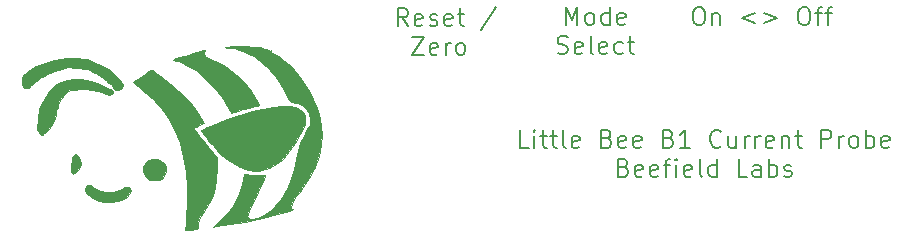
<source format=gbr>
G04 #@! TF.GenerationSoftware,KiCad,Pcbnew,5.1.8-db9833491~87~ubuntu20.04.1*
G04 #@! TF.CreationDate,2020-12-10T20:17:47-08:00*
G04 #@! TF.ProjectId,casing,63617369-6e67-42e6-9b69-6361645f7063,rev?*
G04 #@! TF.SameCoordinates,Original*
G04 #@! TF.FileFunction,Legend,Top*
G04 #@! TF.FilePolarity,Positive*
%FSLAX46Y46*%
G04 Gerber Fmt 4.6, Leading zero omitted, Abs format (unit mm)*
G04 Created by KiCad (PCBNEW 5.1.8-db9833491~87~ubuntu20.04.1) date 2020-12-10 20:17:47*
%MOMM*%
%LPD*%
G01*
G04 APERTURE LIST*
%ADD10C,0.200000*%
%ADD11C,0.010000*%
G04 APERTURE END LIST*
D10*
X162685714Y-137203571D02*
X162185714Y-136489285D01*
X161828571Y-137203571D02*
X161828571Y-135703571D01*
X162400000Y-135703571D01*
X162542857Y-135775000D01*
X162614285Y-135846428D01*
X162685714Y-135989285D01*
X162685714Y-136203571D01*
X162614285Y-136346428D01*
X162542857Y-136417857D01*
X162400000Y-136489285D01*
X161828571Y-136489285D01*
X163900000Y-137132142D02*
X163757142Y-137203571D01*
X163471428Y-137203571D01*
X163328571Y-137132142D01*
X163257142Y-136989285D01*
X163257142Y-136417857D01*
X163328571Y-136275000D01*
X163471428Y-136203571D01*
X163757142Y-136203571D01*
X163900000Y-136275000D01*
X163971428Y-136417857D01*
X163971428Y-136560714D01*
X163257142Y-136703571D01*
X164542857Y-137132142D02*
X164685714Y-137203571D01*
X164971428Y-137203571D01*
X165114285Y-137132142D01*
X165185714Y-136989285D01*
X165185714Y-136917857D01*
X165114285Y-136775000D01*
X164971428Y-136703571D01*
X164757142Y-136703571D01*
X164614285Y-136632142D01*
X164542857Y-136489285D01*
X164542857Y-136417857D01*
X164614285Y-136275000D01*
X164757142Y-136203571D01*
X164971428Y-136203571D01*
X165114285Y-136275000D01*
X166400000Y-137132142D02*
X166257142Y-137203571D01*
X165971428Y-137203571D01*
X165828571Y-137132142D01*
X165757142Y-136989285D01*
X165757142Y-136417857D01*
X165828571Y-136275000D01*
X165971428Y-136203571D01*
X166257142Y-136203571D01*
X166400000Y-136275000D01*
X166471428Y-136417857D01*
X166471428Y-136560714D01*
X165757142Y-136703571D01*
X166900000Y-136203571D02*
X167471428Y-136203571D01*
X167114285Y-135703571D02*
X167114285Y-136989285D01*
X167185714Y-137132142D01*
X167328571Y-137203571D01*
X167471428Y-137203571D01*
X170185714Y-135632142D02*
X168900000Y-137560714D01*
X163042857Y-138153571D02*
X164042857Y-138153571D01*
X163042857Y-139653571D01*
X164042857Y-139653571D01*
X165185714Y-139582142D02*
X165042857Y-139653571D01*
X164757142Y-139653571D01*
X164614285Y-139582142D01*
X164542857Y-139439285D01*
X164542857Y-138867857D01*
X164614285Y-138725000D01*
X164757142Y-138653571D01*
X165042857Y-138653571D01*
X165185714Y-138725000D01*
X165257142Y-138867857D01*
X165257142Y-139010714D01*
X164542857Y-139153571D01*
X165900000Y-139653571D02*
X165900000Y-138653571D01*
X165900000Y-138939285D02*
X165971428Y-138796428D01*
X166042857Y-138725000D01*
X166185714Y-138653571D01*
X166328571Y-138653571D01*
X167042857Y-139653571D02*
X166900000Y-139582142D01*
X166828571Y-139510714D01*
X166757142Y-139367857D01*
X166757142Y-138939285D01*
X166828571Y-138796428D01*
X166900000Y-138725000D01*
X167042857Y-138653571D01*
X167257142Y-138653571D01*
X167400000Y-138725000D01*
X167471428Y-138796428D01*
X167542857Y-138939285D01*
X167542857Y-139367857D01*
X167471428Y-139510714D01*
X167400000Y-139582142D01*
X167257142Y-139653571D01*
X167042857Y-139653571D01*
X176050000Y-137103571D02*
X176050000Y-135603571D01*
X176550000Y-136675000D01*
X177050000Y-135603571D01*
X177050000Y-137103571D01*
X177978571Y-137103571D02*
X177835714Y-137032142D01*
X177764285Y-136960714D01*
X177692857Y-136817857D01*
X177692857Y-136389285D01*
X177764285Y-136246428D01*
X177835714Y-136175000D01*
X177978571Y-136103571D01*
X178192857Y-136103571D01*
X178335714Y-136175000D01*
X178407142Y-136246428D01*
X178478571Y-136389285D01*
X178478571Y-136817857D01*
X178407142Y-136960714D01*
X178335714Y-137032142D01*
X178192857Y-137103571D01*
X177978571Y-137103571D01*
X179764285Y-137103571D02*
X179764285Y-135603571D01*
X179764285Y-137032142D02*
X179621428Y-137103571D01*
X179335714Y-137103571D01*
X179192857Y-137032142D01*
X179121428Y-136960714D01*
X179050000Y-136817857D01*
X179050000Y-136389285D01*
X179121428Y-136246428D01*
X179192857Y-136175000D01*
X179335714Y-136103571D01*
X179621428Y-136103571D01*
X179764285Y-136175000D01*
X181050000Y-137032142D02*
X180907142Y-137103571D01*
X180621428Y-137103571D01*
X180478571Y-137032142D01*
X180407142Y-136889285D01*
X180407142Y-136317857D01*
X180478571Y-136175000D01*
X180621428Y-136103571D01*
X180907142Y-136103571D01*
X181050000Y-136175000D01*
X181121428Y-136317857D01*
X181121428Y-136460714D01*
X180407142Y-136603571D01*
X175371428Y-139482142D02*
X175585714Y-139553571D01*
X175942857Y-139553571D01*
X176085714Y-139482142D01*
X176157142Y-139410714D01*
X176228571Y-139267857D01*
X176228571Y-139125000D01*
X176157142Y-138982142D01*
X176085714Y-138910714D01*
X175942857Y-138839285D01*
X175657142Y-138767857D01*
X175514285Y-138696428D01*
X175442857Y-138625000D01*
X175371428Y-138482142D01*
X175371428Y-138339285D01*
X175442857Y-138196428D01*
X175514285Y-138125000D01*
X175657142Y-138053571D01*
X176014285Y-138053571D01*
X176228571Y-138125000D01*
X177442857Y-139482142D02*
X177300000Y-139553571D01*
X177014285Y-139553571D01*
X176871428Y-139482142D01*
X176800000Y-139339285D01*
X176800000Y-138767857D01*
X176871428Y-138625000D01*
X177014285Y-138553571D01*
X177300000Y-138553571D01*
X177442857Y-138625000D01*
X177514285Y-138767857D01*
X177514285Y-138910714D01*
X176800000Y-139053571D01*
X178371428Y-139553571D02*
X178228571Y-139482142D01*
X178157142Y-139339285D01*
X178157142Y-138053571D01*
X179514285Y-139482142D02*
X179371428Y-139553571D01*
X179085714Y-139553571D01*
X178942857Y-139482142D01*
X178871428Y-139339285D01*
X178871428Y-138767857D01*
X178942857Y-138625000D01*
X179085714Y-138553571D01*
X179371428Y-138553571D01*
X179514285Y-138625000D01*
X179585714Y-138767857D01*
X179585714Y-138910714D01*
X178871428Y-139053571D01*
X180871428Y-139482142D02*
X180728571Y-139553571D01*
X180442857Y-139553571D01*
X180300000Y-139482142D01*
X180228571Y-139410714D01*
X180157142Y-139267857D01*
X180157142Y-138839285D01*
X180228571Y-138696428D01*
X180300000Y-138625000D01*
X180442857Y-138553571D01*
X180728571Y-138553571D01*
X180871428Y-138625000D01*
X181300000Y-138553571D02*
X181871428Y-138553571D01*
X181514285Y-138053571D02*
X181514285Y-139339285D01*
X181585714Y-139482142D01*
X181728571Y-139553571D01*
X181871428Y-139553571D01*
X187185714Y-135628571D02*
X187471428Y-135628571D01*
X187614285Y-135700000D01*
X187757142Y-135842857D01*
X187828571Y-136128571D01*
X187828571Y-136628571D01*
X187757142Y-136914285D01*
X187614285Y-137057142D01*
X187471428Y-137128571D01*
X187185714Y-137128571D01*
X187042857Y-137057142D01*
X186900000Y-136914285D01*
X186828571Y-136628571D01*
X186828571Y-136128571D01*
X186900000Y-135842857D01*
X187042857Y-135700000D01*
X187185714Y-135628571D01*
X188471428Y-136128571D02*
X188471428Y-137128571D01*
X188471428Y-136271428D02*
X188542857Y-136200000D01*
X188685714Y-136128571D01*
X188900000Y-136128571D01*
X189042857Y-136200000D01*
X189114285Y-136342857D01*
X189114285Y-137128571D01*
X192114285Y-136128571D02*
X190971428Y-136557142D01*
X192114285Y-136985714D01*
X192828571Y-136128571D02*
X193971428Y-136557142D01*
X192828571Y-136985714D01*
X196114285Y-135628571D02*
X196400000Y-135628571D01*
X196542857Y-135700000D01*
X196685714Y-135842857D01*
X196757142Y-136128571D01*
X196757142Y-136628571D01*
X196685714Y-136914285D01*
X196542857Y-137057142D01*
X196400000Y-137128571D01*
X196114285Y-137128571D01*
X195971428Y-137057142D01*
X195828571Y-136914285D01*
X195757142Y-136628571D01*
X195757142Y-136128571D01*
X195828571Y-135842857D01*
X195971428Y-135700000D01*
X196114285Y-135628571D01*
X197185714Y-136128571D02*
X197757142Y-136128571D01*
X197400000Y-137128571D02*
X197400000Y-135842857D01*
X197471428Y-135700000D01*
X197614285Y-135628571D01*
X197757142Y-135628571D01*
X198042857Y-136128571D02*
X198614285Y-136128571D01*
X198257142Y-137128571D02*
X198257142Y-135842857D01*
X198328571Y-135700000D01*
X198471428Y-135628571D01*
X198614285Y-135628571D01*
X172907142Y-147503571D02*
X172192857Y-147503571D01*
X172192857Y-146003571D01*
X173407142Y-147503571D02*
X173407142Y-146503571D01*
X173407142Y-146003571D02*
X173335714Y-146075000D01*
X173407142Y-146146428D01*
X173478571Y-146075000D01*
X173407142Y-146003571D01*
X173407142Y-146146428D01*
X173907142Y-146503571D02*
X174478571Y-146503571D01*
X174121428Y-146003571D02*
X174121428Y-147289285D01*
X174192857Y-147432142D01*
X174335714Y-147503571D01*
X174478571Y-147503571D01*
X174764285Y-146503571D02*
X175335714Y-146503571D01*
X174978571Y-146003571D02*
X174978571Y-147289285D01*
X175049999Y-147432142D01*
X175192857Y-147503571D01*
X175335714Y-147503571D01*
X176049999Y-147503571D02*
X175907142Y-147432142D01*
X175835714Y-147289285D01*
X175835714Y-146003571D01*
X177192857Y-147432142D02*
X177049999Y-147503571D01*
X176764285Y-147503571D01*
X176621428Y-147432142D01*
X176549999Y-147289285D01*
X176549999Y-146717857D01*
X176621428Y-146575000D01*
X176764285Y-146503571D01*
X177049999Y-146503571D01*
X177192857Y-146575000D01*
X177264285Y-146717857D01*
X177264285Y-146860714D01*
X176549999Y-147003571D01*
X179549999Y-146717857D02*
X179764285Y-146789285D01*
X179835714Y-146860714D01*
X179907142Y-147003571D01*
X179907142Y-147217857D01*
X179835714Y-147360714D01*
X179764285Y-147432142D01*
X179621428Y-147503571D01*
X179049999Y-147503571D01*
X179049999Y-146003571D01*
X179549999Y-146003571D01*
X179692857Y-146075000D01*
X179764285Y-146146428D01*
X179835714Y-146289285D01*
X179835714Y-146432142D01*
X179764285Y-146575000D01*
X179692857Y-146646428D01*
X179549999Y-146717857D01*
X179049999Y-146717857D01*
X181121428Y-147432142D02*
X180978571Y-147503571D01*
X180692857Y-147503571D01*
X180549999Y-147432142D01*
X180478571Y-147289285D01*
X180478571Y-146717857D01*
X180549999Y-146575000D01*
X180692857Y-146503571D01*
X180978571Y-146503571D01*
X181121428Y-146575000D01*
X181192857Y-146717857D01*
X181192857Y-146860714D01*
X180478571Y-147003571D01*
X182407142Y-147432142D02*
X182264285Y-147503571D01*
X181978571Y-147503571D01*
X181835714Y-147432142D01*
X181764285Y-147289285D01*
X181764285Y-146717857D01*
X181835714Y-146575000D01*
X181978571Y-146503571D01*
X182264285Y-146503571D01*
X182407142Y-146575000D01*
X182478571Y-146717857D01*
X182478571Y-146860714D01*
X181764285Y-147003571D01*
X184764285Y-146717857D02*
X184978571Y-146789285D01*
X185049999Y-146860714D01*
X185121428Y-147003571D01*
X185121428Y-147217857D01*
X185049999Y-147360714D01*
X184978571Y-147432142D01*
X184835714Y-147503571D01*
X184264285Y-147503571D01*
X184264285Y-146003571D01*
X184764285Y-146003571D01*
X184907142Y-146075000D01*
X184978571Y-146146428D01*
X185049999Y-146289285D01*
X185049999Y-146432142D01*
X184978571Y-146575000D01*
X184907142Y-146646428D01*
X184764285Y-146717857D01*
X184264285Y-146717857D01*
X186549999Y-147503571D02*
X185692857Y-147503571D01*
X186121428Y-147503571D02*
X186121428Y-146003571D01*
X185978571Y-146217857D01*
X185835714Y-146360714D01*
X185692857Y-146432142D01*
X189192857Y-147360714D02*
X189121428Y-147432142D01*
X188907142Y-147503571D01*
X188764285Y-147503571D01*
X188549999Y-147432142D01*
X188407142Y-147289285D01*
X188335714Y-147146428D01*
X188264285Y-146860714D01*
X188264285Y-146646428D01*
X188335714Y-146360714D01*
X188407142Y-146217857D01*
X188549999Y-146075000D01*
X188764285Y-146003571D01*
X188907142Y-146003571D01*
X189121428Y-146075000D01*
X189192857Y-146146428D01*
X190478571Y-146503571D02*
X190478571Y-147503571D01*
X189835714Y-146503571D02*
X189835714Y-147289285D01*
X189907142Y-147432142D01*
X190049999Y-147503571D01*
X190264285Y-147503571D01*
X190407142Y-147432142D01*
X190478571Y-147360714D01*
X191192857Y-147503571D02*
X191192857Y-146503571D01*
X191192857Y-146789285D02*
X191264285Y-146646428D01*
X191335714Y-146575000D01*
X191478571Y-146503571D01*
X191621428Y-146503571D01*
X192121428Y-147503571D02*
X192121428Y-146503571D01*
X192121428Y-146789285D02*
X192192857Y-146646428D01*
X192264285Y-146575000D01*
X192407142Y-146503571D01*
X192550000Y-146503571D01*
X193621428Y-147432142D02*
X193478571Y-147503571D01*
X193192857Y-147503571D01*
X193050000Y-147432142D01*
X192978571Y-147289285D01*
X192978571Y-146717857D01*
X193050000Y-146575000D01*
X193192857Y-146503571D01*
X193478571Y-146503571D01*
X193621428Y-146575000D01*
X193692857Y-146717857D01*
X193692857Y-146860714D01*
X192978571Y-147003571D01*
X194335714Y-146503571D02*
X194335714Y-147503571D01*
X194335714Y-146646428D02*
X194407142Y-146575000D01*
X194550000Y-146503571D01*
X194764285Y-146503571D01*
X194907142Y-146575000D01*
X194978571Y-146717857D01*
X194978571Y-147503571D01*
X195478571Y-146503571D02*
X196050000Y-146503571D01*
X195692857Y-146003571D02*
X195692857Y-147289285D01*
X195764285Y-147432142D01*
X195907142Y-147503571D01*
X196050000Y-147503571D01*
X197692857Y-147503571D02*
X197692857Y-146003571D01*
X198264285Y-146003571D01*
X198407142Y-146075000D01*
X198478571Y-146146428D01*
X198550000Y-146289285D01*
X198550000Y-146503571D01*
X198478571Y-146646428D01*
X198407142Y-146717857D01*
X198264285Y-146789285D01*
X197692857Y-146789285D01*
X199192857Y-147503571D02*
X199192857Y-146503571D01*
X199192857Y-146789285D02*
X199264285Y-146646428D01*
X199335714Y-146575000D01*
X199478571Y-146503571D01*
X199621428Y-146503571D01*
X200335714Y-147503571D02*
X200192857Y-147432142D01*
X200121428Y-147360714D01*
X200050000Y-147217857D01*
X200050000Y-146789285D01*
X200121428Y-146646428D01*
X200192857Y-146575000D01*
X200335714Y-146503571D01*
X200550000Y-146503571D01*
X200692857Y-146575000D01*
X200764285Y-146646428D01*
X200835714Y-146789285D01*
X200835714Y-147217857D01*
X200764285Y-147360714D01*
X200692857Y-147432142D01*
X200550000Y-147503571D01*
X200335714Y-147503571D01*
X201478571Y-147503571D02*
X201478571Y-146003571D01*
X201478571Y-146575000D02*
X201621428Y-146503571D01*
X201907142Y-146503571D01*
X202050000Y-146575000D01*
X202121428Y-146646428D01*
X202192857Y-146789285D01*
X202192857Y-147217857D01*
X202121428Y-147360714D01*
X202050000Y-147432142D01*
X201907142Y-147503571D01*
X201621428Y-147503571D01*
X201478571Y-147432142D01*
X203407142Y-147432142D02*
X203264285Y-147503571D01*
X202978571Y-147503571D01*
X202835714Y-147432142D01*
X202764285Y-147289285D01*
X202764285Y-146717857D01*
X202835714Y-146575000D01*
X202978571Y-146503571D01*
X203264285Y-146503571D01*
X203407142Y-146575000D01*
X203478571Y-146717857D01*
X203478571Y-146860714D01*
X202764285Y-147003571D01*
X180978571Y-149167857D02*
X181192857Y-149239285D01*
X181264285Y-149310714D01*
X181335714Y-149453571D01*
X181335714Y-149667857D01*
X181264285Y-149810714D01*
X181192857Y-149882142D01*
X181050000Y-149953571D01*
X180478571Y-149953571D01*
X180478571Y-148453571D01*
X180978571Y-148453571D01*
X181121428Y-148525000D01*
X181192857Y-148596428D01*
X181264285Y-148739285D01*
X181264285Y-148882142D01*
X181192857Y-149025000D01*
X181121428Y-149096428D01*
X180978571Y-149167857D01*
X180478571Y-149167857D01*
X182550000Y-149882142D02*
X182407142Y-149953571D01*
X182121428Y-149953571D01*
X181978571Y-149882142D01*
X181907142Y-149739285D01*
X181907142Y-149167857D01*
X181978571Y-149025000D01*
X182121428Y-148953571D01*
X182407142Y-148953571D01*
X182550000Y-149025000D01*
X182621428Y-149167857D01*
X182621428Y-149310714D01*
X181907142Y-149453571D01*
X183835714Y-149882142D02*
X183692857Y-149953571D01*
X183407142Y-149953571D01*
X183264285Y-149882142D01*
X183192857Y-149739285D01*
X183192857Y-149167857D01*
X183264285Y-149025000D01*
X183407142Y-148953571D01*
X183692857Y-148953571D01*
X183835714Y-149025000D01*
X183907142Y-149167857D01*
X183907142Y-149310714D01*
X183192857Y-149453571D01*
X184335714Y-148953571D02*
X184907142Y-148953571D01*
X184550000Y-149953571D02*
X184550000Y-148667857D01*
X184621428Y-148525000D01*
X184764285Y-148453571D01*
X184907142Y-148453571D01*
X185407142Y-149953571D02*
X185407142Y-148953571D01*
X185407142Y-148453571D02*
X185335714Y-148525000D01*
X185407142Y-148596428D01*
X185478571Y-148525000D01*
X185407142Y-148453571D01*
X185407142Y-148596428D01*
X186692857Y-149882142D02*
X186550000Y-149953571D01*
X186264285Y-149953571D01*
X186121428Y-149882142D01*
X186050000Y-149739285D01*
X186050000Y-149167857D01*
X186121428Y-149025000D01*
X186264285Y-148953571D01*
X186550000Y-148953571D01*
X186692857Y-149025000D01*
X186764285Y-149167857D01*
X186764285Y-149310714D01*
X186050000Y-149453571D01*
X187621428Y-149953571D02*
X187478571Y-149882142D01*
X187407142Y-149739285D01*
X187407142Y-148453571D01*
X188835714Y-149953571D02*
X188835714Y-148453571D01*
X188835714Y-149882142D02*
X188692857Y-149953571D01*
X188407142Y-149953571D01*
X188264285Y-149882142D01*
X188192857Y-149810714D01*
X188121428Y-149667857D01*
X188121428Y-149239285D01*
X188192857Y-149096428D01*
X188264285Y-149025000D01*
X188407142Y-148953571D01*
X188692857Y-148953571D01*
X188835714Y-149025000D01*
X191407142Y-149953571D02*
X190692857Y-149953571D01*
X190692857Y-148453571D01*
X192550000Y-149953571D02*
X192550000Y-149167857D01*
X192478571Y-149025000D01*
X192335714Y-148953571D01*
X192050000Y-148953571D01*
X191907142Y-149025000D01*
X192550000Y-149882142D02*
X192407142Y-149953571D01*
X192050000Y-149953571D01*
X191907142Y-149882142D01*
X191835714Y-149739285D01*
X191835714Y-149596428D01*
X191907142Y-149453571D01*
X192050000Y-149382142D01*
X192407142Y-149382142D01*
X192550000Y-149310714D01*
X193264285Y-149953571D02*
X193264285Y-148453571D01*
X193264285Y-149025000D02*
X193407142Y-148953571D01*
X193692857Y-148953571D01*
X193835714Y-149025000D01*
X193907142Y-149096428D01*
X193978571Y-149239285D01*
X193978571Y-149667857D01*
X193907142Y-149810714D01*
X193835714Y-149882142D01*
X193692857Y-149953571D01*
X193407142Y-149953571D01*
X193264285Y-149882142D01*
X194550000Y-149882142D02*
X194692857Y-149953571D01*
X194978571Y-149953571D01*
X195121428Y-149882142D01*
X195192857Y-149739285D01*
X195192857Y-149667857D01*
X195121428Y-149525000D01*
X194978571Y-149453571D01*
X194764285Y-149453571D01*
X194621428Y-149382142D01*
X194550000Y-149239285D01*
X194550000Y-149167857D01*
X194621428Y-149025000D01*
X194764285Y-148953571D01*
X194978571Y-148953571D01*
X195121428Y-149025000D01*
D11*
G36*
X151120000Y-139293715D02*
G01*
X151083714Y-139330000D01*
X151047428Y-139293715D01*
X151083714Y-139257429D01*
X151120000Y-139293715D01*
G37*
X151120000Y-139293715D02*
X151083714Y-139330000D01*
X151047428Y-139293715D01*
X151083714Y-139257429D01*
X151120000Y-139293715D01*
G36*
X134791428Y-139947039D02*
G01*
X135186229Y-139984645D01*
X135493664Y-140038445D01*
X135771484Y-140121804D01*
X136061428Y-140240922D01*
X136232962Y-140317183D01*
X136486978Y-140429822D01*
X136773200Y-140556549D01*
X136819765Y-140577147D01*
X137463320Y-140936172D01*
X138012041Y-141403888D01*
X138302400Y-141743628D01*
X138481304Y-142009132D01*
X138550820Y-142207515D01*
X138512710Y-142365002D01*
X138368732Y-142507816D01*
X138354368Y-142518202D01*
X138124169Y-142646625D01*
X137951519Y-142648714D01*
X137813723Y-142519076D01*
X137736365Y-142371376D01*
X137575898Y-142118443D01*
X137395827Y-142001420D01*
X137248518Y-141931311D01*
X137186296Y-141864448D01*
X137186286Y-141863811D01*
X137130791Y-141789634D01*
X136989253Y-141672078D01*
X136885144Y-141598768D01*
X136658757Y-141448748D01*
X136509030Y-141353269D01*
X136391956Y-141286206D01*
X136263530Y-141221437D01*
X136188428Y-141185174D01*
X135954681Y-141069886D01*
X135738015Y-140959117D01*
X135522600Y-140879083D01*
X135263620Y-140824712D01*
X135211872Y-140818968D01*
X134980691Y-140798248D01*
X134671013Y-140770135D01*
X134348866Y-140740623D01*
X134341047Y-140739903D01*
X134075005Y-140720352D01*
X133858340Y-140722578D01*
X133644710Y-140753294D01*
X133387774Y-140819212D01*
X133041194Y-140927045D01*
X133034762Y-140929117D01*
X132696393Y-141046318D01*
X132383369Y-141169196D01*
X132138505Y-141280217D01*
X132035011Y-141338493D01*
X131858671Y-141444325D01*
X131726445Y-141502975D01*
X131702605Y-141507143D01*
X131613648Y-141553341D01*
X131453076Y-141675165D01*
X131253722Y-141847458D01*
X131229594Y-141869554D01*
X131026126Y-142046404D01*
X130855509Y-142175584D01*
X130751517Y-142231774D01*
X130745571Y-142232411D01*
X130665208Y-142291319D01*
X130654857Y-142341715D01*
X130597244Y-142424724D01*
X130458499Y-142450273D01*
X130289767Y-142420651D01*
X130142189Y-142338147D01*
X130121819Y-142317857D01*
X130033415Y-142130982D01*
X130001714Y-141849637D01*
X130016712Y-141629228D01*
X130081431Y-141466969D01*
X130225458Y-141297578D01*
X130273338Y-141250333D01*
X130685022Y-140928543D01*
X131212107Y-140638060D01*
X131826729Y-140386923D01*
X132501024Y-140183168D01*
X133207127Y-140034833D01*
X133917173Y-139949957D01*
X134603299Y-139936577D01*
X134791428Y-139947039D01*
G37*
X134791428Y-139947039D02*
X135186229Y-139984645D01*
X135493664Y-140038445D01*
X135771484Y-140121804D01*
X136061428Y-140240922D01*
X136232962Y-140317183D01*
X136486978Y-140429822D01*
X136773200Y-140556549D01*
X136819765Y-140577147D01*
X137463320Y-140936172D01*
X138012041Y-141403888D01*
X138302400Y-141743628D01*
X138481304Y-142009132D01*
X138550820Y-142207515D01*
X138512710Y-142365002D01*
X138368732Y-142507816D01*
X138354368Y-142518202D01*
X138124169Y-142646625D01*
X137951519Y-142648714D01*
X137813723Y-142519076D01*
X137736365Y-142371376D01*
X137575898Y-142118443D01*
X137395827Y-142001420D01*
X137248518Y-141931311D01*
X137186296Y-141864448D01*
X137186286Y-141863811D01*
X137130791Y-141789634D01*
X136989253Y-141672078D01*
X136885144Y-141598768D01*
X136658757Y-141448748D01*
X136509030Y-141353269D01*
X136391956Y-141286206D01*
X136263530Y-141221437D01*
X136188428Y-141185174D01*
X135954681Y-141069886D01*
X135738015Y-140959117D01*
X135522600Y-140879083D01*
X135263620Y-140824712D01*
X135211872Y-140818968D01*
X134980691Y-140798248D01*
X134671013Y-140770135D01*
X134348866Y-140740623D01*
X134341047Y-140739903D01*
X134075005Y-140720352D01*
X133858340Y-140722578D01*
X133644710Y-140753294D01*
X133387774Y-140819212D01*
X133041194Y-140927045D01*
X133034762Y-140929117D01*
X132696393Y-141046318D01*
X132383369Y-141169196D01*
X132138505Y-141280217D01*
X132035011Y-141338493D01*
X131858671Y-141444325D01*
X131726445Y-141502975D01*
X131702605Y-141507143D01*
X131613648Y-141553341D01*
X131453076Y-141675165D01*
X131253722Y-141847458D01*
X131229594Y-141869554D01*
X131026126Y-142046404D01*
X130855509Y-142175584D01*
X130751517Y-142231774D01*
X130745571Y-142232411D01*
X130665208Y-142291319D01*
X130654857Y-142341715D01*
X130597244Y-142424724D01*
X130458499Y-142450273D01*
X130289767Y-142420651D01*
X130142189Y-142338147D01*
X130121819Y-142317857D01*
X130033415Y-142130982D01*
X130001714Y-141849637D01*
X130016712Y-141629228D01*
X130081431Y-141466969D01*
X130225458Y-141297578D01*
X130273338Y-141250333D01*
X130685022Y-140928543D01*
X131212107Y-140638060D01*
X131826729Y-140386923D01*
X132501024Y-140183168D01*
X133207127Y-140034833D01*
X133917173Y-139949957D01*
X134603299Y-139936577D01*
X134791428Y-139947039D01*
G36*
X145488531Y-139308129D02*
G01*
X145444117Y-139400120D01*
X145423294Y-139557445D01*
X145535651Y-139733931D01*
X145771865Y-139921197D01*
X146122611Y-140110862D01*
X146338738Y-140204264D01*
X147176867Y-140618338D01*
X147961715Y-141157669D01*
X148677273Y-141807241D01*
X149307534Y-142552036D01*
X149836489Y-143377038D01*
X149949990Y-143592018D01*
X150105364Y-143898893D01*
X149905111Y-143943314D01*
X149762715Y-143979886D01*
X149513680Y-144048777D01*
X149190457Y-144140833D01*
X148825498Y-144246898D01*
X148742028Y-144271440D01*
X148343319Y-144388834D01*
X148063082Y-144470039D01*
X147880464Y-144519544D01*
X147774613Y-144541838D01*
X147724674Y-144541408D01*
X147709794Y-144522743D01*
X147709143Y-144493762D01*
X147671193Y-144413185D01*
X147567502Y-144237046D01*
X147413302Y-143990234D01*
X147223829Y-143697641D01*
X147196545Y-143656243D01*
X146839502Y-143159811D01*
X146409688Y-142632384D01*
X145939355Y-142109057D01*
X145460757Y-141624927D01*
X145006145Y-141215087D01*
X144806286Y-141055333D01*
X144432781Y-140798383D01*
X144021179Y-140558835D01*
X143612091Y-140357285D01*
X143246132Y-140214328D01*
X143043045Y-140161169D01*
X142874967Y-140123486D01*
X142794354Y-140091335D01*
X142793680Y-140084701D01*
X142889258Y-140036446D01*
X143097077Y-139957861D01*
X143389527Y-139857454D01*
X143738997Y-139743729D01*
X144117878Y-139625195D01*
X144498560Y-139510357D01*
X144853433Y-139407723D01*
X145154886Y-139325798D01*
X145375311Y-139273089D01*
X145478186Y-139257612D01*
X145488531Y-139308129D01*
G37*
X145488531Y-139308129D02*
X145444117Y-139400120D01*
X145423294Y-139557445D01*
X145535651Y-139733931D01*
X145771865Y-139921197D01*
X146122611Y-140110862D01*
X146338738Y-140204264D01*
X147176867Y-140618338D01*
X147961715Y-141157669D01*
X148677273Y-141807241D01*
X149307534Y-142552036D01*
X149836489Y-143377038D01*
X149949990Y-143592018D01*
X150105364Y-143898893D01*
X149905111Y-143943314D01*
X149762715Y-143979886D01*
X149513680Y-144048777D01*
X149190457Y-144140833D01*
X148825498Y-144246898D01*
X148742028Y-144271440D01*
X148343319Y-144388834D01*
X148063082Y-144470039D01*
X147880464Y-144519544D01*
X147774613Y-144541838D01*
X147724674Y-144541408D01*
X147709794Y-144522743D01*
X147709143Y-144493762D01*
X147671193Y-144413185D01*
X147567502Y-144237046D01*
X147413302Y-143990234D01*
X147223829Y-143697641D01*
X147196545Y-143656243D01*
X146839502Y-143159811D01*
X146409688Y-142632384D01*
X145939355Y-142109057D01*
X145460757Y-141624927D01*
X145006145Y-141215087D01*
X144806286Y-141055333D01*
X144432781Y-140798383D01*
X144021179Y-140558835D01*
X143612091Y-140357285D01*
X143246132Y-140214328D01*
X143043045Y-140161169D01*
X142874967Y-140123486D01*
X142794354Y-140091335D01*
X142793680Y-140084701D01*
X142889258Y-140036446D01*
X143097077Y-139957861D01*
X143389527Y-139857454D01*
X143738997Y-139743729D01*
X144117878Y-139625195D01*
X144498560Y-139510357D01*
X144853433Y-139407723D01*
X145154886Y-139325798D01*
X145375311Y-139273089D01*
X145478186Y-139257612D01*
X145488531Y-139308129D01*
G36*
X135515838Y-141778759D02*
G01*
X136121185Y-141955243D01*
X136794593Y-142230605D01*
X136859714Y-142260458D01*
X137228685Y-142432275D01*
X137484190Y-142556781D01*
X137645091Y-142646292D01*
X137730248Y-142713127D01*
X137758525Y-142769605D01*
X137748782Y-142828045D01*
X137744891Y-142838568D01*
X137625306Y-142963425D01*
X137411854Y-143010172D01*
X137135081Y-142975453D01*
X136974188Y-142923275D01*
X136419588Y-142727532D01*
X135931354Y-142607389D01*
X135457934Y-142553818D01*
X134947775Y-142557795D01*
X134901844Y-142560449D01*
X134445110Y-142602003D01*
X134104887Y-142669245D01*
X133853412Y-142772027D01*
X133662918Y-142920202D01*
X133566971Y-143034143D01*
X133326811Y-143369956D01*
X133169252Y-143620108D01*
X133081381Y-143808222D01*
X133050284Y-143957923D01*
X133049714Y-143980416D01*
X133026273Y-144144203D01*
X132977143Y-144228572D01*
X132929377Y-144324377D01*
X132905004Y-144502733D01*
X132904217Y-144541283D01*
X132868269Y-144754260D01*
X132772111Y-145028034D01*
X132632587Y-145332960D01*
X132466544Y-145639392D01*
X132290824Y-145917682D01*
X132122273Y-146138186D01*
X131977736Y-146271257D01*
X131906714Y-146296855D01*
X131822412Y-146342699D01*
X131816000Y-146369429D01*
X131773236Y-146442323D01*
X131667921Y-146421292D01*
X131534520Y-146320364D01*
X131450565Y-146220665D01*
X131370008Y-146089290D01*
X131327611Y-145951711D01*
X131316736Y-145763654D01*
X131330749Y-145480844D01*
X131333636Y-145440523D01*
X131377380Y-144939445D01*
X131428190Y-144527886D01*
X131483501Y-144221274D01*
X131540747Y-144035037D01*
X131575198Y-143987338D01*
X131643849Y-143901780D01*
X131752400Y-143722559D01*
X131878350Y-143487057D01*
X131888671Y-143466572D01*
X132217743Y-142906326D01*
X132598303Y-142428842D01*
X132759762Y-142296993D01*
X133010252Y-142142351D01*
X133301820Y-141990095D01*
X133586512Y-141865405D01*
X133803107Y-141796243D01*
X134387305Y-141703892D01*
X134948047Y-141696520D01*
X135515838Y-141778759D01*
G37*
X135515838Y-141778759D02*
X136121185Y-141955243D01*
X136794593Y-142230605D01*
X136859714Y-142260458D01*
X137228685Y-142432275D01*
X137484190Y-142556781D01*
X137645091Y-142646292D01*
X137730248Y-142713127D01*
X137758525Y-142769605D01*
X137748782Y-142828045D01*
X137744891Y-142838568D01*
X137625306Y-142963425D01*
X137411854Y-143010172D01*
X137135081Y-142975453D01*
X136974188Y-142923275D01*
X136419588Y-142727532D01*
X135931354Y-142607389D01*
X135457934Y-142553818D01*
X134947775Y-142557795D01*
X134901844Y-142560449D01*
X134445110Y-142602003D01*
X134104887Y-142669245D01*
X133853412Y-142772027D01*
X133662918Y-142920202D01*
X133566971Y-143034143D01*
X133326811Y-143369956D01*
X133169252Y-143620108D01*
X133081381Y-143808222D01*
X133050284Y-143957923D01*
X133049714Y-143980416D01*
X133026273Y-144144203D01*
X132977143Y-144228572D01*
X132929377Y-144324377D01*
X132905004Y-144502733D01*
X132904217Y-144541283D01*
X132868269Y-144754260D01*
X132772111Y-145028034D01*
X132632587Y-145332960D01*
X132466544Y-145639392D01*
X132290824Y-145917682D01*
X132122273Y-146138186D01*
X131977736Y-146271257D01*
X131906714Y-146296855D01*
X131822412Y-146342699D01*
X131816000Y-146369429D01*
X131773236Y-146442323D01*
X131667921Y-146421292D01*
X131534520Y-146320364D01*
X131450565Y-146220665D01*
X131370008Y-146089290D01*
X131327611Y-145951711D01*
X131316736Y-145763654D01*
X131330749Y-145480844D01*
X131333636Y-145440523D01*
X131377380Y-144939445D01*
X131428190Y-144527886D01*
X131483501Y-144221274D01*
X131540747Y-144035037D01*
X131575198Y-143987338D01*
X131643849Y-143901780D01*
X131752400Y-143722559D01*
X131878350Y-143487057D01*
X131888671Y-143466572D01*
X132217743Y-142906326D01*
X132598303Y-142428842D01*
X132759762Y-142296993D01*
X133010252Y-142142351D01*
X133301820Y-141990095D01*
X133586512Y-141865405D01*
X133803107Y-141796243D01*
X134387305Y-141703892D01*
X134948047Y-141696520D01*
X135515838Y-141778759D01*
G36*
X152606420Y-144017482D02*
G01*
X153114620Y-144106761D01*
X153511921Y-144273878D01*
X153795233Y-144519023D01*
X153961468Y-144842381D01*
X154004266Y-145080728D01*
X154011423Y-145262556D01*
X153993672Y-145424251D01*
X153939834Y-145601796D01*
X153838732Y-145831175D01*
X153679188Y-146148371D01*
X153662704Y-146180284D01*
X153152317Y-147078628D01*
X152624335Y-147833873D01*
X152078985Y-148445816D01*
X151516491Y-148914255D01*
X150937080Y-149238985D01*
X150340975Y-149419804D01*
X150026281Y-149456789D01*
X149651006Y-149458223D01*
X149297950Y-149425739D01*
X149124286Y-149391285D01*
X148488100Y-149167437D01*
X147863500Y-148830559D01*
X147235042Y-148370960D01*
X146645175Y-147836341D01*
X146409167Y-147592897D01*
X146151408Y-147308616D01*
X145890342Y-147006126D01*
X145644414Y-146708056D01*
X145432067Y-146437036D01*
X145271746Y-146215694D01*
X145181894Y-146066660D01*
X145169143Y-146025390D01*
X145233103Y-145978699D01*
X145409477Y-145890998D01*
X145675003Y-145772841D01*
X146006420Y-145634781D01*
X146203286Y-145556184D01*
X147401296Y-145105867D01*
X148510029Y-144732070D01*
X149526396Y-144434982D01*
X150447307Y-144214791D01*
X151269674Y-144071685D01*
X151990408Y-144005852D01*
X152606420Y-144017482D01*
G37*
X152606420Y-144017482D02*
X153114620Y-144106761D01*
X153511921Y-144273878D01*
X153795233Y-144519023D01*
X153961468Y-144842381D01*
X154004266Y-145080728D01*
X154011423Y-145262556D01*
X153993672Y-145424251D01*
X153939834Y-145601796D01*
X153838732Y-145831175D01*
X153679188Y-146148371D01*
X153662704Y-146180284D01*
X153152317Y-147078628D01*
X152624335Y-147833873D01*
X152078985Y-148445816D01*
X151516491Y-148914255D01*
X150937080Y-149238985D01*
X150340975Y-149419804D01*
X150026281Y-149456789D01*
X149651006Y-149458223D01*
X149297950Y-149425739D01*
X149124286Y-149391285D01*
X148488100Y-149167437D01*
X147863500Y-148830559D01*
X147235042Y-148370960D01*
X146645175Y-147836341D01*
X146409167Y-147592897D01*
X146151408Y-147308616D01*
X145890342Y-147006126D01*
X145644414Y-146708056D01*
X145432067Y-146437036D01*
X145271746Y-146215694D01*
X145181894Y-146066660D01*
X145169143Y-146025390D01*
X145233103Y-145978699D01*
X145409477Y-145890998D01*
X145675003Y-145772841D01*
X146006420Y-145634781D01*
X146203286Y-145556184D01*
X147401296Y-145105867D01*
X148510029Y-144732070D01*
X149526396Y-144434982D01*
X150447307Y-144214791D01*
X151269674Y-144071685D01*
X151990408Y-144005852D01*
X152606420Y-144017482D01*
G36*
X134644196Y-148099941D02*
G01*
X134802767Y-148245316D01*
X134962656Y-148521404D01*
X135010910Y-148835472D01*
X134954170Y-149147902D01*
X134799078Y-149419078D01*
X134576090Y-149597629D01*
X134404533Y-149681283D01*
X134314922Y-149699769D01*
X134261858Y-149657560D01*
X134244169Y-149630331D01*
X134208905Y-149489910D01*
X134196807Y-149253411D01*
X134206117Y-148967742D01*
X134235079Y-148679810D01*
X134281936Y-148436526D01*
X134289922Y-148408374D01*
X134388356Y-148165362D01*
X134502611Y-148063771D01*
X134644196Y-148099941D01*
G37*
X134644196Y-148099941D02*
X134802767Y-148245316D01*
X134962656Y-148521404D01*
X135010910Y-148835472D01*
X134954170Y-149147902D01*
X134799078Y-149419078D01*
X134576090Y-149597629D01*
X134404533Y-149681283D01*
X134314922Y-149699769D01*
X134261858Y-149657560D01*
X134244169Y-149630331D01*
X134208905Y-149489910D01*
X134196807Y-149253411D01*
X134206117Y-148967742D01*
X134235079Y-148679810D01*
X134281936Y-148436526D01*
X134289922Y-148408374D01*
X134388356Y-148165362D01*
X134502611Y-148063771D01*
X134644196Y-148099941D01*
G36*
X141504286Y-148472975D02*
G01*
X141797125Y-148602717D01*
X142050002Y-148827316D01*
X142216413Y-149102293D01*
X142239732Y-149176367D01*
X142244061Y-149456381D01*
X142145364Y-149753374D01*
X141966839Y-150012671D01*
X141838268Y-150122635D01*
X141559533Y-150240588D01*
X141221266Y-150287147D01*
X140893704Y-150255920D01*
X140778571Y-150219051D01*
X140512401Y-150034057D01*
X140329340Y-149747564D01*
X140252042Y-149431552D01*
X140242069Y-149200104D01*
X140283630Y-149037881D01*
X140400224Y-148871697D01*
X140450525Y-148813339D01*
X140756233Y-148562964D01*
X141110575Y-148448888D01*
X141504286Y-148472975D01*
G37*
X141504286Y-148472975D02*
X141797125Y-148602717D01*
X142050002Y-148827316D01*
X142216413Y-149102293D01*
X142239732Y-149176367D01*
X142244061Y-149456381D01*
X142145364Y-149753374D01*
X141966839Y-150012671D01*
X141838268Y-150122635D01*
X141559533Y-150240588D01*
X141221266Y-150287147D01*
X140893704Y-150255920D01*
X140778571Y-150219051D01*
X140512401Y-150034057D01*
X140329340Y-149747564D01*
X140252042Y-149431552D01*
X140242069Y-149200104D01*
X140283630Y-149037881D01*
X140400224Y-148871697D01*
X140450525Y-148813339D01*
X140756233Y-148562964D01*
X141110575Y-148448888D01*
X141504286Y-148472975D01*
G36*
X135749152Y-150688944D02*
G01*
X135932655Y-150787232D01*
X136116974Y-150901867D01*
X136627133Y-151155543D01*
X137171080Y-151272751D01*
X137731038Y-151252699D01*
X138289234Y-151094593D01*
X138479494Y-151007206D01*
X138781162Y-150867087D01*
X138984458Y-150807645D01*
X139109732Y-150826066D01*
X139174236Y-150911079D01*
X139206815Y-151180957D01*
X139105073Y-151442767D01*
X138879706Y-151682394D01*
X138541411Y-151885724D01*
X138386903Y-151950003D01*
X138050504Y-152048118D01*
X137673462Y-152115473D01*
X137314879Y-152144251D01*
X137041143Y-152128014D01*
X136562049Y-152008376D01*
X136138032Y-151841513D01*
X135788797Y-151640077D01*
X135534048Y-151416719D01*
X135393492Y-151184091D01*
X135372000Y-151056356D01*
X135414985Y-150821252D01*
X135532134Y-150680013D01*
X135641631Y-150651143D01*
X135749152Y-150688944D01*
G37*
X135749152Y-150688944D02*
X135932655Y-150787232D01*
X136116974Y-150901867D01*
X136627133Y-151155543D01*
X137171080Y-151272751D01*
X137731038Y-151252699D01*
X138289234Y-151094593D01*
X138479494Y-151007206D01*
X138781162Y-150867087D01*
X138984458Y-150807645D01*
X139109732Y-150826066D01*
X139174236Y-150911079D01*
X139206815Y-151180957D01*
X139105073Y-151442767D01*
X138879706Y-151682394D01*
X138541411Y-151885724D01*
X138386903Y-151950003D01*
X138050504Y-152048118D01*
X137673462Y-152115473D01*
X137314879Y-152144251D01*
X137041143Y-152128014D01*
X136562049Y-152008376D01*
X136138032Y-151841513D01*
X135788797Y-151640077D01*
X135534048Y-151416719D01*
X135393492Y-151184091D01*
X135372000Y-151056356D01*
X135414985Y-150821252D01*
X135532134Y-150680013D01*
X135641631Y-150651143D01*
X135749152Y-150688944D01*
G36*
X148845254Y-138916059D02*
G01*
X148942857Y-138918956D01*
X149625296Y-138958825D01*
X150181027Y-139028415D01*
X150605518Y-139126816D01*
X150894237Y-139253114D01*
X150990545Y-139330930D01*
X151158758Y-139459300D01*
X151280831Y-139515850D01*
X151517920Y-139623536D01*
X151822124Y-139809844D01*
X152158330Y-140050360D01*
X152491425Y-140320671D01*
X152668560Y-140480727D01*
X153230321Y-141082544D01*
X153752966Y-141778710D01*
X154224573Y-142543519D01*
X154633220Y-143351265D01*
X154966987Y-144176242D01*
X155213950Y-144992745D01*
X155362189Y-145775068D01*
X155401714Y-146373990D01*
X155331550Y-147296449D01*
X155124832Y-148232409D01*
X154787224Y-149166372D01*
X154324389Y-150082839D01*
X153741989Y-150966312D01*
X153706327Y-151014000D01*
X153473071Y-151327178D01*
X153256040Y-151624430D01*
X153078757Y-151873165D01*
X152964748Y-152040790D01*
X152960976Y-152046701D01*
X152840880Y-152288504D01*
X152792992Y-152503039D01*
X152821619Y-152655421D01*
X152879857Y-152703446D01*
X152934917Y-152734910D01*
X152920088Y-152772525D01*
X152820651Y-152822301D01*
X152621886Y-152890248D01*
X152309076Y-152982376D01*
X151957299Y-153080138D01*
X151043951Y-153311907D01*
X150005078Y-153541984D01*
X148860284Y-153766514D01*
X147629171Y-153981638D01*
X146402857Y-154172995D01*
X146148857Y-154210433D01*
X146366571Y-154052453D01*
X146642657Y-153823200D01*
X146965456Y-153510689D01*
X147300967Y-153152291D01*
X147615193Y-152785381D01*
X147874135Y-152447332D01*
X147997127Y-152260055D01*
X148391958Y-151457226D01*
X148660581Y-150599907D01*
X148731727Y-150237544D01*
X148816438Y-149715088D01*
X149042933Y-149765830D01*
X149217438Y-149788692D01*
X149489053Y-149806205D01*
X149809768Y-149815656D01*
X149940746Y-149816572D01*
X150232736Y-149818223D01*
X150460522Y-149822654D01*
X150592165Y-149829081D01*
X150612032Y-149833058D01*
X150581260Y-149947451D01*
X150495654Y-150169775D01*
X150364965Y-150477982D01*
X150198948Y-150850023D01*
X150007354Y-151263850D01*
X149799938Y-151697414D01*
X149673968Y-151953789D01*
X149437656Y-152443025D01*
X149261074Y-152837644D01*
X149148149Y-153128164D01*
X149102811Y-153305100D01*
X149102722Y-153332646D01*
X149128183Y-153442678D01*
X149197314Y-153497072D01*
X149349612Y-153514591D01*
X149487143Y-153515282D01*
X149966973Y-153440579D01*
X150467138Y-153223419D01*
X150985831Y-152864791D01*
X151444827Y-152444506D01*
X151721993Y-152152286D01*
X151936403Y-151893392D01*
X152120006Y-151622213D01*
X152304748Y-151293140D01*
X152446843Y-151014000D01*
X152814292Y-150189071D01*
X153077638Y-149386231D01*
X153254244Y-148548117D01*
X153306511Y-148173589D01*
X153367760Y-147753629D01*
X153438830Y-147446090D01*
X153528126Y-147218258D01*
X153571999Y-147140223D01*
X153676968Y-146956623D01*
X153822617Y-146683530D01*
X153987146Y-146362460D01*
X154104300Y-146126446D01*
X154262400Y-145795863D01*
X154362737Y-145559729D01*
X154415236Y-145384100D01*
X154429820Y-145235031D01*
X154416414Y-145078577D01*
X154414523Y-145065366D01*
X154282347Y-144604827D01*
X154040215Y-144220660D01*
X153704383Y-143930354D01*
X153291108Y-143751399D01*
X153168051Y-143724387D01*
X152928998Y-143676140D01*
X152762347Y-143613850D01*
X152637318Y-143509457D01*
X152523130Y-143334898D01*
X152389005Y-143062114D01*
X152350493Y-142979052D01*
X151934896Y-142197103D01*
X151440043Y-141465887D01*
X150884711Y-140806645D01*
X150287677Y-140240620D01*
X149667717Y-139789055D01*
X149391456Y-139631551D01*
X148930330Y-139420892D01*
X148432126Y-139242463D01*
X147944247Y-139110478D01*
X147514098Y-139039149D01*
X147389106Y-139031231D01*
X147229543Y-139025078D01*
X147187061Y-139014538D01*
X147270300Y-138993037D01*
X147487904Y-138954000D01*
X147491429Y-138953388D01*
X147712670Y-138930320D01*
X148038775Y-138915776D01*
X148429663Y-138910705D01*
X148845254Y-138916059D01*
G37*
X148845254Y-138916059D02*
X148942857Y-138918956D01*
X149625296Y-138958825D01*
X150181027Y-139028415D01*
X150605518Y-139126816D01*
X150894237Y-139253114D01*
X150990545Y-139330930D01*
X151158758Y-139459300D01*
X151280831Y-139515850D01*
X151517920Y-139623536D01*
X151822124Y-139809844D01*
X152158330Y-140050360D01*
X152491425Y-140320671D01*
X152668560Y-140480727D01*
X153230321Y-141082544D01*
X153752966Y-141778710D01*
X154224573Y-142543519D01*
X154633220Y-143351265D01*
X154966987Y-144176242D01*
X155213950Y-144992745D01*
X155362189Y-145775068D01*
X155401714Y-146373990D01*
X155331550Y-147296449D01*
X155124832Y-148232409D01*
X154787224Y-149166372D01*
X154324389Y-150082839D01*
X153741989Y-150966312D01*
X153706327Y-151014000D01*
X153473071Y-151327178D01*
X153256040Y-151624430D01*
X153078757Y-151873165D01*
X152964748Y-152040790D01*
X152960976Y-152046701D01*
X152840880Y-152288504D01*
X152792992Y-152503039D01*
X152821619Y-152655421D01*
X152879857Y-152703446D01*
X152934917Y-152734910D01*
X152920088Y-152772525D01*
X152820651Y-152822301D01*
X152621886Y-152890248D01*
X152309076Y-152982376D01*
X151957299Y-153080138D01*
X151043951Y-153311907D01*
X150005078Y-153541984D01*
X148860284Y-153766514D01*
X147629171Y-153981638D01*
X146402857Y-154172995D01*
X146148857Y-154210433D01*
X146366571Y-154052453D01*
X146642657Y-153823200D01*
X146965456Y-153510689D01*
X147300967Y-153152291D01*
X147615193Y-152785381D01*
X147874135Y-152447332D01*
X147997127Y-152260055D01*
X148391958Y-151457226D01*
X148660581Y-150599907D01*
X148731727Y-150237544D01*
X148816438Y-149715088D01*
X149042933Y-149765830D01*
X149217438Y-149788692D01*
X149489053Y-149806205D01*
X149809768Y-149815656D01*
X149940746Y-149816572D01*
X150232736Y-149818223D01*
X150460522Y-149822654D01*
X150592165Y-149829081D01*
X150612032Y-149833058D01*
X150581260Y-149947451D01*
X150495654Y-150169775D01*
X150364965Y-150477982D01*
X150198948Y-150850023D01*
X150007354Y-151263850D01*
X149799938Y-151697414D01*
X149673968Y-151953789D01*
X149437656Y-152443025D01*
X149261074Y-152837644D01*
X149148149Y-153128164D01*
X149102811Y-153305100D01*
X149102722Y-153332646D01*
X149128183Y-153442678D01*
X149197314Y-153497072D01*
X149349612Y-153514591D01*
X149487143Y-153515282D01*
X149966973Y-153440579D01*
X150467138Y-153223419D01*
X150985831Y-152864791D01*
X151444827Y-152444506D01*
X151721993Y-152152286D01*
X151936403Y-151893392D01*
X152120006Y-151622213D01*
X152304748Y-151293140D01*
X152446843Y-151014000D01*
X152814292Y-150189071D01*
X153077638Y-149386231D01*
X153254244Y-148548117D01*
X153306511Y-148173589D01*
X153367760Y-147753629D01*
X153438830Y-147446090D01*
X153528126Y-147218258D01*
X153571999Y-147140223D01*
X153676968Y-146956623D01*
X153822617Y-146683530D01*
X153987146Y-146362460D01*
X154104300Y-146126446D01*
X154262400Y-145795863D01*
X154362737Y-145559729D01*
X154415236Y-145384100D01*
X154429820Y-145235031D01*
X154416414Y-145078577D01*
X154414523Y-145065366D01*
X154282347Y-144604827D01*
X154040215Y-144220660D01*
X153704383Y-143930354D01*
X153291108Y-143751399D01*
X153168051Y-143724387D01*
X152928998Y-143676140D01*
X152762347Y-143613850D01*
X152637318Y-143509457D01*
X152523130Y-143334898D01*
X152389005Y-143062114D01*
X152350493Y-142979052D01*
X151934896Y-142197103D01*
X151440043Y-141465887D01*
X150884711Y-140806645D01*
X150287677Y-140240620D01*
X149667717Y-139789055D01*
X149391456Y-139631551D01*
X148930330Y-139420892D01*
X148432126Y-139242463D01*
X147944247Y-139110478D01*
X147514098Y-139039149D01*
X147389106Y-139031231D01*
X147229543Y-139025078D01*
X147187061Y-139014538D01*
X147270300Y-138993037D01*
X147487904Y-138954000D01*
X147491429Y-138953388D01*
X147712670Y-138930320D01*
X148038775Y-138915776D01*
X148429663Y-138910705D01*
X148845254Y-138916059D01*
G36*
X141151052Y-140928695D02*
G01*
X141185698Y-140982904D01*
X141191248Y-140997336D01*
X141279095Y-141119069D01*
X141447073Y-141275603D01*
X141584242Y-141379936D01*
X142396641Y-141971014D01*
X143094808Y-142537172D01*
X143701553Y-143101307D01*
X144239685Y-143686313D01*
X144732012Y-144315086D01*
X145201345Y-145010522D01*
X145201666Y-145011030D01*
X145466851Y-145430632D01*
X145045854Y-145620515D01*
X144824419Y-145721668D01*
X144662965Y-145797827D01*
X144600212Y-145830320D01*
X144618711Y-145903166D01*
X144715573Y-146066297D01*
X144875272Y-146299311D01*
X145082283Y-146581807D01*
X145321081Y-146893383D01*
X145576141Y-147213638D01*
X145831938Y-147522169D01*
X146072946Y-147798576D01*
X146214063Y-147951083D01*
X146511714Y-148262737D01*
X146506223Y-149293654D01*
X146468312Y-150126358D01*
X146356626Y-150864695D01*
X146159975Y-151545255D01*
X145867168Y-152204625D01*
X145467018Y-152879395D01*
X145361741Y-153036067D01*
X145131718Y-153385288D01*
X144982667Y-153650389D01*
X144903160Y-153859180D01*
X144881766Y-154039473D01*
X144896223Y-154168786D01*
X144907174Y-154257801D01*
X144883004Y-154319256D01*
X144799108Y-154363486D01*
X144630880Y-154400826D01*
X144353713Y-154441612D01*
X144196931Y-154462517D01*
X143841575Y-154509514D01*
X143886340Y-154049900D01*
X143904159Y-153820676D01*
X143924664Y-153482224D01*
X143945955Y-153070387D01*
X143966135Y-152621009D01*
X143977959Y-152320286D01*
X143982940Y-150875363D01*
X143886297Y-149531484D01*
X143686326Y-148284419D01*
X143381321Y-147129937D01*
X142969577Y-146063807D01*
X142449388Y-145081797D01*
X141819050Y-144179678D01*
X141076855Y-143353218D01*
X140221099Y-142598186D01*
X139986441Y-142418019D01*
X139412026Y-141988957D01*
X139642063Y-141796913D01*
X139805583Y-141675538D01*
X140053815Y-141508922D01*
X140345656Y-141324185D01*
X140504571Y-141227834D01*
X140790933Y-141059353D01*
X140977948Y-140958770D01*
X141089895Y-140917933D01*
X141151052Y-140928695D01*
G37*
X141151052Y-140928695D02*
X141185698Y-140982904D01*
X141191248Y-140997336D01*
X141279095Y-141119069D01*
X141447073Y-141275603D01*
X141584242Y-141379936D01*
X142396641Y-141971014D01*
X143094808Y-142537172D01*
X143701553Y-143101307D01*
X144239685Y-143686313D01*
X144732012Y-144315086D01*
X145201345Y-145010522D01*
X145201666Y-145011030D01*
X145466851Y-145430632D01*
X145045854Y-145620515D01*
X144824419Y-145721668D01*
X144662965Y-145797827D01*
X144600212Y-145830320D01*
X144618711Y-145903166D01*
X144715573Y-146066297D01*
X144875272Y-146299311D01*
X145082283Y-146581807D01*
X145321081Y-146893383D01*
X145576141Y-147213638D01*
X145831938Y-147522169D01*
X146072946Y-147798576D01*
X146214063Y-147951083D01*
X146511714Y-148262737D01*
X146506223Y-149293654D01*
X146468312Y-150126358D01*
X146356626Y-150864695D01*
X146159975Y-151545255D01*
X145867168Y-152204625D01*
X145467018Y-152879395D01*
X145361741Y-153036067D01*
X145131718Y-153385288D01*
X144982667Y-153650389D01*
X144903160Y-153859180D01*
X144881766Y-154039473D01*
X144896223Y-154168786D01*
X144907174Y-154257801D01*
X144883004Y-154319256D01*
X144799108Y-154363486D01*
X144630880Y-154400826D01*
X144353713Y-154441612D01*
X144196931Y-154462517D01*
X143841575Y-154509514D01*
X143886340Y-154049900D01*
X143904159Y-153820676D01*
X143924664Y-153482224D01*
X143945955Y-153070387D01*
X143966135Y-152621009D01*
X143977959Y-152320286D01*
X143982940Y-150875363D01*
X143886297Y-149531484D01*
X143686326Y-148284419D01*
X143381321Y-147129937D01*
X142969577Y-146063807D01*
X142449388Y-145081797D01*
X141819050Y-144179678D01*
X141076855Y-143353218D01*
X140221099Y-142598186D01*
X139986441Y-142418019D01*
X139412026Y-141988957D01*
X139642063Y-141796913D01*
X139805583Y-141675538D01*
X140053815Y-141508922D01*
X140345656Y-141324185D01*
X140504571Y-141227834D01*
X140790933Y-141059353D01*
X140977948Y-140958770D01*
X141089895Y-140917933D01*
X141151052Y-140928695D01*
M02*

</source>
